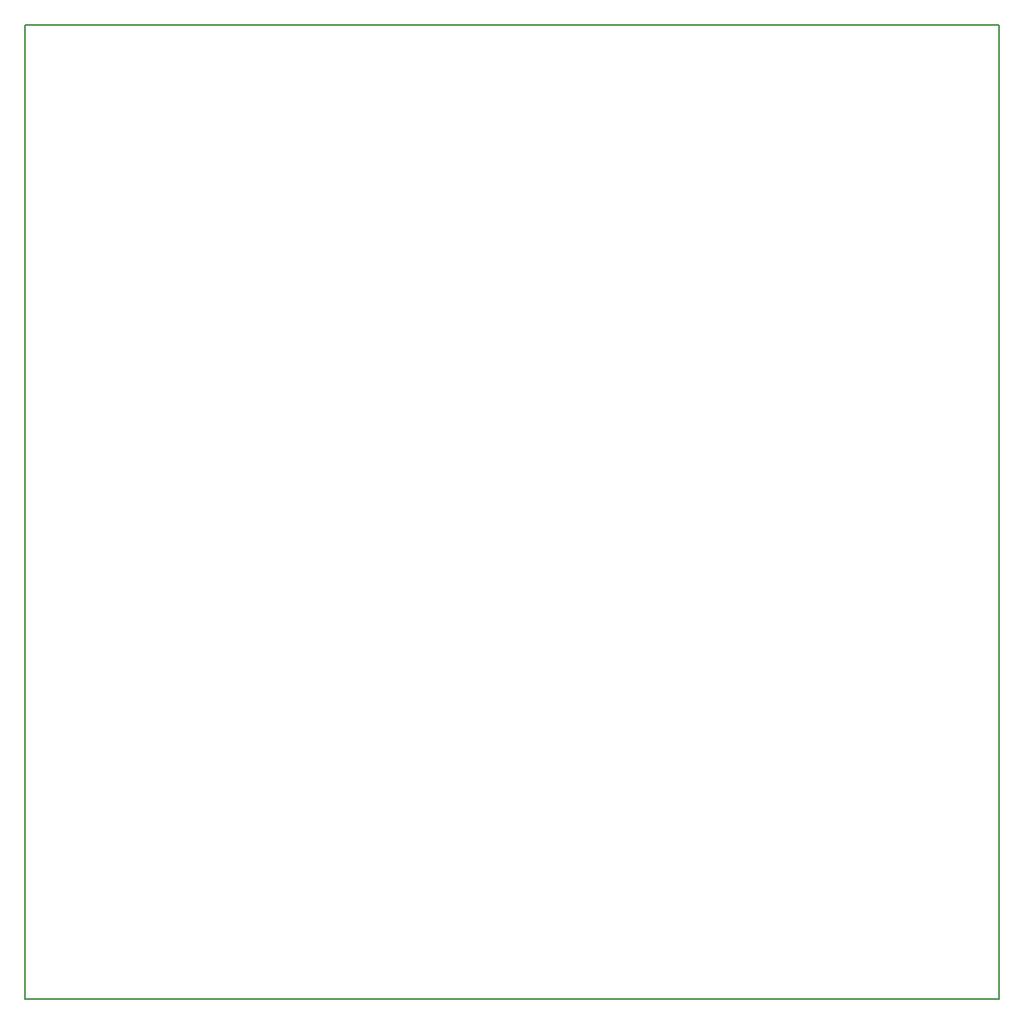
<source format=gbr>
G04 #@! TF.FileFunction,Profile,NP*
%FSLAX46Y46*%
G04 Gerber Fmt 4.6, Leading zero omitted, Abs format (unit mm)*
G04 Created by KiCad (PCBNEW 4.0.6) date Sun Jun 18 22:19:01 2017*
%MOMM*%
%LPD*%
G01*
G04 APERTURE LIST*
%ADD10C,0.100000*%
%ADD11C,0.150000*%
G04 APERTURE END LIST*
D10*
D11*
X50800000Y-134620000D02*
X50800000Y-35560000D01*
X149860000Y-134620000D02*
X50800000Y-134620000D01*
X149860000Y-35560000D02*
X149860000Y-134620000D01*
X50800000Y-35560000D02*
X149860000Y-35560000D01*
M02*

</source>
